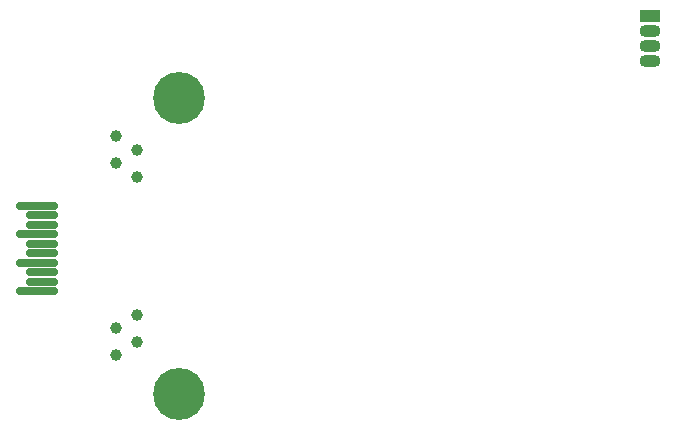
<source format=gts>
G04 #@! TF.GenerationSoftware,KiCad,Pcbnew,8.0.1*
G04 #@! TF.CreationDate,2024-04-20T17:20:36+01:00*
G04 #@! TF.ProjectId,le-carnard-bleu,6c652d63-6172-46e6-9172-642d626c6575,rev?*
G04 #@! TF.SameCoordinates,Original*
G04 #@! TF.FileFunction,Soldermask,Top*
G04 #@! TF.FilePolarity,Negative*
%FSLAX46Y46*%
G04 Gerber Fmt 4.6, Leading zero omitted, Abs format (unit mm)*
G04 Created by KiCad (PCBNEW 8.0.1) date 2024-04-20 17:20:36*
%MOMM*%
%LPD*%
G01*
G04 APERTURE LIST*
G04 Aperture macros list*
%AMRoundRect*
0 Rectangle with rounded corners*
0 $1 Rounding radius*
0 $2 $3 $4 $5 $6 $7 $8 $9 X,Y pos of 4 corners*
0 Add a 4 corners polygon primitive as box body*
4,1,4,$2,$3,$4,$5,$6,$7,$8,$9,$2,$3,0*
0 Add four circle primitives for the rounded corners*
1,1,$1+$1,$2,$3*
1,1,$1+$1,$4,$5*
1,1,$1+$1,$6,$7*
1,1,$1+$1,$8,$9*
0 Add four rect primitives between the rounded corners*
20,1,$1+$1,$2,$3,$4,$5,0*
20,1,$1+$1,$4,$5,$6,$7,0*
20,1,$1+$1,$6,$7,$8,$9,0*
20,1,$1+$1,$8,$9,$2,$3,0*%
G04 Aperture macros list end*
%ADD10RoundRect,0.150000X1.600000X0.150000X-1.600000X0.150000X-1.600000X-0.150000X1.600000X-0.150000X0*%
%ADD11RoundRect,0.150000X1.200000X0.150000X-1.200000X0.150000X-1.200000X-0.150000X1.200000X-0.150000X0*%
%ADD12C,1.000000*%
%ADD13C,0.700000*%
%ADD14C,4.400000*%
%ADD15R,1.800000X1.070000*%
%ADD16O,1.800000X1.070000*%
G04 APERTURE END LIST*
D10*
X100500000Y-96600000D03*
D11*
X100900000Y-97400000D03*
X100900000Y-98200000D03*
D10*
X100500000Y-99000000D03*
D11*
X100900000Y-99800000D03*
X100900000Y-100600000D03*
D10*
X100500000Y-101400000D03*
D11*
X100900000Y-102200000D03*
X100900000Y-103000000D03*
D10*
X100500000Y-103800000D03*
D12*
X108966000Y-105791000D03*
D13*
X110850000Y-87500000D03*
X111333274Y-86333274D03*
X111333274Y-88666726D03*
X112500000Y-85850000D03*
D14*
X112500000Y-87500000D03*
D13*
X112500000Y-89150000D03*
X113666726Y-86333274D03*
X113666726Y-88666726D03*
X114150000Y-87500000D03*
D15*
X152400000Y-80518000D03*
D16*
X152400000Y-81788000D03*
X152400000Y-83058000D03*
X152400000Y-84328000D03*
D12*
X108966000Y-108077000D03*
X107188000Y-90678000D03*
X108966000Y-94107000D03*
X107188000Y-106934000D03*
X107188000Y-92964000D03*
X107188000Y-109220000D03*
D13*
X110850000Y-112500000D03*
X111333274Y-111333274D03*
X111333274Y-113666726D03*
X112500000Y-110850000D03*
D14*
X112500000Y-112500000D03*
D13*
X112500000Y-114150000D03*
X113666726Y-111333274D03*
X113666726Y-113666726D03*
X114150000Y-112500000D03*
D12*
X108966000Y-91821000D03*
M02*

</source>
